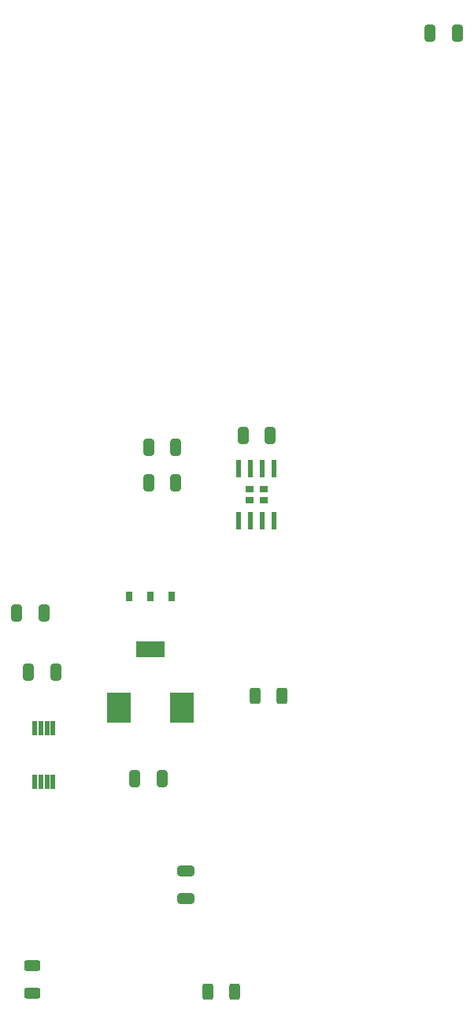
<source format=gbr>
%TF.GenerationSoftware,KiCad,Pcbnew,7.0.1*%
%TF.CreationDate,2023-04-07T11:41:16-04:00*%
%TF.ProjectId,smart penetrometer update,736d6172-7420-4706-956e-6574726f6d65,rev?*%
%TF.SameCoordinates,Original*%
%TF.FileFunction,Paste,Bot*%
%TF.FilePolarity,Positive*%
%FSLAX46Y46*%
G04 Gerber Fmt 4.6, Leading zero omitted, Abs format (unit mm)*
G04 Created by KiCad (PCBNEW 7.0.1) date 2023-04-07 11:41:16*
%MOMM*%
%LPD*%
G01*
G04 APERTURE LIST*
G04 Aperture macros list*
%AMRoundRect*
0 Rectangle with rounded corners*
0 $1 Rounding radius*
0 $2 $3 $4 $5 $6 $7 $8 $9 X,Y pos of 4 corners*
0 Add a 4 corners polygon primitive as box body*
4,1,4,$2,$3,$4,$5,$6,$7,$8,$9,$2,$3,0*
0 Add four circle primitives for the rounded corners*
1,1,$1+$1,$2,$3*
1,1,$1+$1,$4,$5*
1,1,$1+$1,$6,$7*
1,1,$1+$1,$8,$9*
0 Add four rect primitives between the rounded corners*
20,1,$1+$1,$2,$3,$4,$5,0*
20,1,$1+$1,$4,$5,$6,$7,0*
20,1,$1+$1,$6,$7,$8,$9,0*
20,1,$1+$1,$8,$9,$2,$3,0*%
G04 Aperture macros list end*
%ADD10RoundRect,0.250000X-0.325000X-0.650000X0.325000X-0.650000X0.325000X0.650000X-0.325000X0.650000X0*%
%ADD11RoundRect,0.250000X0.325000X0.650000X-0.325000X0.650000X-0.325000X-0.650000X0.325000X-0.650000X0*%
%ADD12R,2.500000X3.300000*%
%ADD13R,0.710000X1.000000*%
%ADD14R,3.025000X1.780000*%
%ADD15RoundRect,0.020000X0.180000X-0.760000X0.180000X0.760000X-0.180000X0.760000X-0.180000X-0.760000X0*%
%ADD16RoundRect,0.250000X0.650000X-0.325000X0.650000X0.325000X-0.650000X0.325000X-0.650000X-0.325000X0*%
%ADD17RoundRect,0.250000X-0.312500X-0.625000X0.312500X-0.625000X0.312500X0.625000X-0.312500X0.625000X0*%
%ADD18RoundRect,0.250000X0.625000X-0.312500X0.625000X0.312500X-0.625000X0.312500X-0.625000X-0.312500X0*%
%ADD19R,0.610000X1.910000*%
%ADD20R,0.930000X0.723000*%
G04 APERTURE END LIST*
D10*
%TO.C,C1*%
X124050000Y-121920000D03*
X127000000Y-121920000D03*
%TD*%
D11*
%TO.C,C2*%
X115570000Y-110490000D03*
X112620000Y-110490000D03*
%TD*%
D10*
%TO.C,C4*%
X111350000Y-104140000D03*
X114300000Y-104140000D03*
%TD*%
D12*
%TO.C,D1*%
X122330000Y-114300000D03*
X129130000Y-114300000D03*
%TD*%
D13*
%TO.C,U6*%
X123430000Y-102415000D03*
X125730000Y-102415000D03*
X128030000Y-102415000D03*
D14*
X125730000Y-108015000D03*
%TD*%
D15*
%TO.C,U10*%
X115275000Y-122260000D03*
X114625000Y-122260000D03*
X113975000Y-122260000D03*
X113325000Y-122260000D03*
X113325000Y-116500000D03*
X113975000Y-116500000D03*
X114625000Y-116500000D03*
X115275000Y-116500000D03*
%TD*%
D11*
%TO.C,C3*%
X138635000Y-85090000D03*
X135685000Y-85090000D03*
%TD*%
D10*
%TO.C,C5*%
X125525000Y-90170000D03*
X128475000Y-90170000D03*
%TD*%
%TO.C,C8*%
X125525000Y-86360000D03*
X128475000Y-86360000D03*
%TD*%
%TO.C,C9*%
X155800000Y-41910000D03*
X158750000Y-41910000D03*
%TD*%
D16*
%TO.C,C11*%
X129540000Y-134825000D03*
X129540000Y-131875000D03*
%TD*%
D17*
%TO.C,R1*%
X136967500Y-113030000D03*
X139892500Y-113030000D03*
%TD*%
%TO.C,R7*%
X131887500Y-144780000D03*
X134812500Y-144780000D03*
%TD*%
D18*
%TO.C,R8*%
X113030000Y-144972500D03*
X113030000Y-142047500D03*
%TD*%
D19*
%TO.C,U1*%
X139065000Y-94220000D03*
X137795000Y-94220000D03*
X136525000Y-94220000D03*
X135255000Y-94220000D03*
X135255000Y-88660000D03*
X136525000Y-88660000D03*
X137795000Y-88660000D03*
X139065000Y-88660000D03*
D20*
X136385000Y-92042500D03*
X137935000Y-92042500D03*
X136385000Y-90837500D03*
X137935000Y-90837500D03*
%TD*%
M02*

</source>
